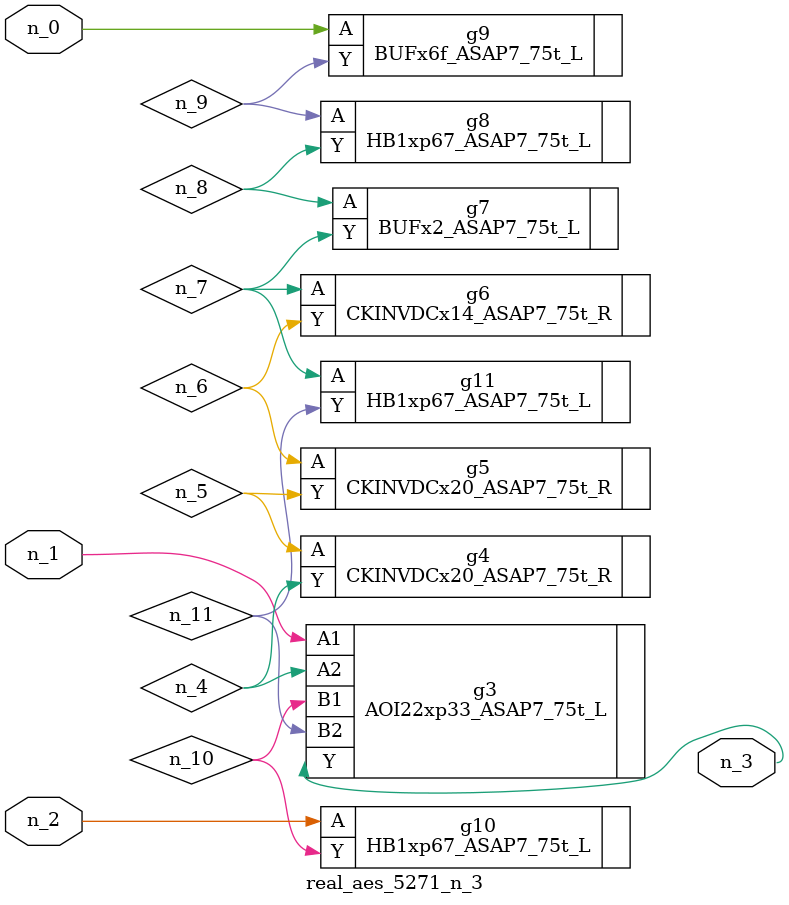
<source format=v>
module real_aes_5271_n_3 (n_0, n_2, n_1, n_3);
input n_0;
input n_2;
input n_1;
output n_3;
wire n_4;
wire n_5;
wire n_7;
wire n_8;
wire n_6;
wire n_9;
wire n_10;
wire n_11;
BUFx6f_ASAP7_75t_L g9 ( .A(n_0), .Y(n_9) );
AOI22xp33_ASAP7_75t_L g3 ( .A1(n_1), .A2(n_4), .B1(n_10), .B2(n_11), .Y(n_3) );
HB1xp67_ASAP7_75t_L g10 ( .A(n_2), .Y(n_10) );
CKINVDCx20_ASAP7_75t_R g4 ( .A(n_5), .Y(n_4) );
CKINVDCx20_ASAP7_75t_R g5 ( .A(n_6), .Y(n_5) );
CKINVDCx14_ASAP7_75t_R g6 ( .A(n_7), .Y(n_6) );
HB1xp67_ASAP7_75t_L g11 ( .A(n_7), .Y(n_11) );
BUFx2_ASAP7_75t_L g7 ( .A(n_8), .Y(n_7) );
HB1xp67_ASAP7_75t_L g8 ( .A(n_9), .Y(n_8) );
endmodule
</source>
